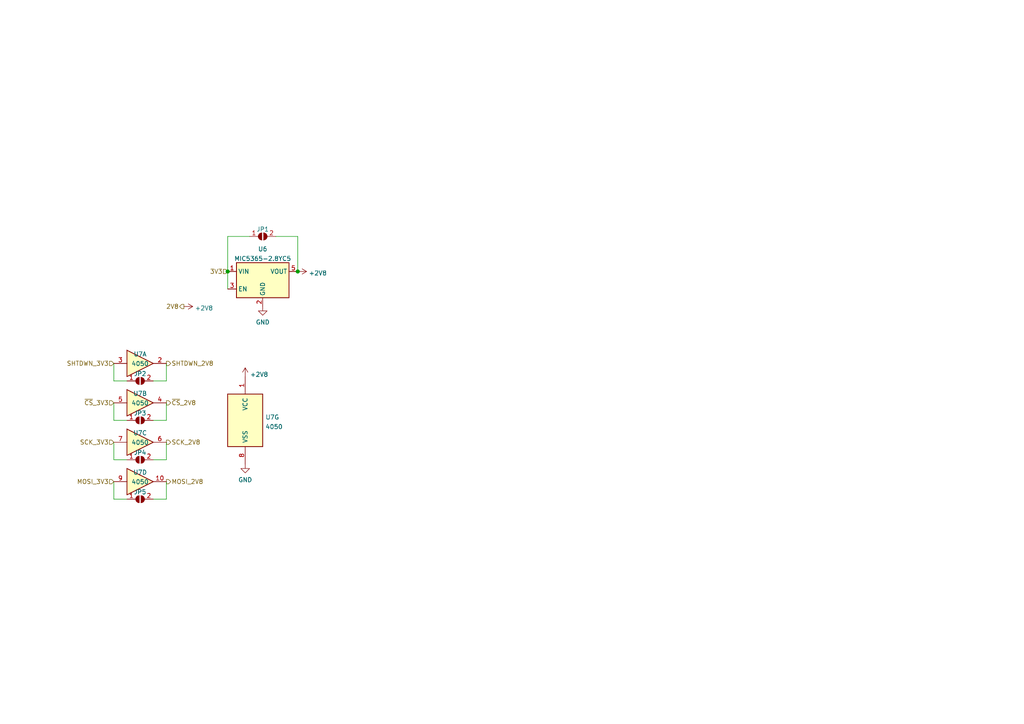
<source format=kicad_sch>
(kicad_sch (version 20210621) (generator eeschema)
  (paper "A4")
  (lib_symbols
    (symbol "4xxx:4050" (pin_names (offset 1.016))
      (property "Reference" "U" (at 0 1.27 0))
      (property "Value" "4050" (at 0 -1.27 0))
      (symbol "4050_1_0"
        (polyline (pts (xy -3.81 3.81) (xy -3.81 -3.81) (xy 3.81 0) (xy -3.81 3.81)) (stroke (width 0.254)) (fill (type background)))
        (pin output line (at 7.62 0 180) (length 3.81) (name "~") (number "2"))
        (pin input line (at -7.62 0 0) (length 3.81) (name "~") (number "3"))
      )
      (symbol "4050_2_0"
        (polyline (pts (xy -3.81 3.81) (xy -3.81 -3.81) (xy 3.81 0) (xy -3.81 3.81)) (stroke (width 0.254)) (fill (type background)))
        (pin output line (at 7.62 0 180) (length 3.81) (name "~") (number "4"))
        (pin input line (at -7.62 0 0) (length 3.81) (name "~") (number "5"))
      )
      (symbol "4050_3_0"
        (polyline (pts (xy -3.81 3.81) (xy -3.81 -3.81) (xy 3.81 0) (xy -3.81 3.81)) (stroke (width 0.254)) (fill (type background)))
        (pin output line (at 7.62 0 180) (length 3.81) (name "~") (number "6"))
        (pin input line (at -7.62 0 0) (length 3.81) (name "~") (number "7"))
      )
      (symbol "4050_4_0"
        (polyline (pts (xy -3.81 3.81) (xy -3.81 -3.81) (xy 3.81 0) (xy -3.81 3.81)) (stroke (width 0.254)) (fill (type background)))
        (pin output line (at 7.62 0 180) (length 3.81) (name "~") (number "10"))
        (pin input line (at -7.62 0 0) (length 3.81) (name "~") (number "9"))
      )
      (symbol "4050_5_0"
        (polyline (pts (xy -3.81 3.81) (xy -3.81 -3.81) (xy 3.81 0) (xy -3.81 3.81)) (stroke (width 0.254)) (fill (type background)))
        (pin input line (at -7.62 0 0) (length 3.81) (name "~") (number "11"))
        (pin output line (at 7.62 0 180) (length 3.81) (name "~") (number "12"))
      )
      (symbol "4050_6_0"
        (polyline (pts (xy -3.81 3.81) (xy -3.81 -3.81) (xy 3.81 0) (xy -3.81 3.81)) (stroke (width 0.254)) (fill (type background)))
        (pin input line (at -7.62 0 0) (length 3.81) (name "~") (number "14"))
        (pin output line (at 7.62 0 180) (length 3.81) (name "~") (number "15"))
      )
      (symbol "4050_7_0"
        (pin power_in line (at 0 12.7 270) (length 5.08) (name "VCC") (number "1"))
        (pin power_in line (at 0 -12.7 90) (length 5.08) (name "VSS") (number "8"))
      )
      (symbol "4050_7_1"
        (rectangle (start -5.08 7.62) (end 5.08 -7.62) (stroke (width 0.254)) (fill (type background)))
      )
    )
    (symbol "Jumper:SolderJumper_2_Open" (pin_names (offset 0) hide)
      (property "Reference" "JP" (at 0 2.032 0))
      (property "Value" "SolderJumper_2_Open" (at 0 -2.54 0))
      (symbol "SolderJumper_2_Open_0_1"
        (arc (start -0.254 1.016) (end -0.254 -1.016) (radius (at -0.254 0) (length 1.016) (angles 90.1 -90.1)))
        (arc (start 0.254 -1.016) (end 0.254 1.016) (radius (at 0.254 0) (length 1.016) (angles -89.9 89.9)))
        (arc (start -0.254 1.016) (end -0.254 -1.016) (radius (at -0.254 0) (length 1.016) (angles 90.1 -90.1)) (fill (type outline)))
        (arc (start 0.254 -1.016) (end 0.254 1.016) (radius (at 0.254 0) (length 1.016) (angles -89.9 89.9)) (fill (type outline)))
        (polyline (pts (xy -0.254 1.016) (xy -0.254 -1.016)))
        (polyline (pts (xy 0.254 1.016) (xy 0.254 -1.016)))
      )
      (symbol "SolderJumper_2_Open_1_1"
        (pin passive line (at -3.81 0 0) (length 2.54) (name "A") (number "1"))
        (pin passive line (at 3.81 0 180) (length 2.54) (name "B") (number "2"))
      )
    )
    (symbol "Regulator_Linear:MIC5365-3.3YC5"
      (property "Reference" "U" (at -6.35 6.35 0))
      (property "Value" "MIC5365-3.3YC5" (at 0 6.35 0))
      (symbol "MIC5365-3.3YC5_0_1"
        (rectangle (start -7.62 -5.08) (end 7.62 5.08) (stroke (width 0.254)) (fill (type background)))
      )
      (symbol "MIC5365-3.3YC5_1_1"
        (pin power_in line (at -10.16 2.54 0) (length 2.54) (name "VIN") (number "1"))
        (pin power_in line (at 0 -7.62 90) (length 2.54) (name "GND") (number "2"))
        (pin input line (at -10.16 -2.54 0) (length 2.54) (name "EN") (number "3"))
        (pin no_connect line (at 7.62 -2.54 180) (length 2.54) hide (name "NC") (number "4"))
        (pin power_out line (at 10.16 2.54 180) (length 2.54) (name "VOUT") (number "5"))
      )
    )
    (symbol "power:+2V8" (power) (pin_names (offset 0))
      (property "Value" "+2V8" (at 0 3.556 0))
      (symbol "+2V8_0_1"
        (polyline (pts (xy -0.762 1.27) (xy 0 2.54)))
        (polyline (pts (xy 0 0) (xy 0 2.54)))
        (polyline (pts (xy 0 2.54) (xy 0.762 1.27)))
      )
      (symbol "+2V8_1_1"
        (pin power_in line (at 0 0 90) (length 0) hide (name "+2V8") (number "1"))
      )
    )
    (symbol "power:GND" (power) (pin_names (offset 0))
      (property "Value" "GND" (at 0 -3.81 0))
      (symbol "GND_0_1"
        (polyline (pts (xy 0 0) (xy 0 -1.27) (xy 1.27 -1.27) (xy 0 -2.54) (xy -1.27 -1.27) (xy 0 -1.27)))
      )
      (symbol "GND_1_1"
        (pin power_in line (at 0 0 270) (length 0) hide (name "GND") (number "1"))
      )
    )
  )
  (junction (at 66.04 78.74) (diameter 1.016))
  (junction (at 86.36 78.74) (diameter 1.016))
  (wire (pts (xy 33.02 105.41) (xy 33.02 110.49)))
  (wire (pts (xy 33.02 110.49) (xy 36.83 110.49)))
  (wire (pts (xy 33.02 121.92) (xy 33.02 116.84)))
  (wire (pts (xy 33.02 128.27) (xy 33.02 133.35)))
  (wire (pts (xy 33.02 133.35) (xy 36.83 133.35)))
  (wire (pts (xy 33.02 139.7) (xy 33.02 144.78)))
  (wire (pts (xy 33.02 144.78) (xy 36.83 144.78)))
  (wire (pts (xy 36.83 121.92) (xy 33.02 121.92)))
  (wire (pts (xy 44.45 110.49) (xy 48.26 110.49)))
  (wire (pts (xy 44.45 133.35) (xy 48.26 133.35)))
  (wire (pts (xy 44.45 144.78) (xy 48.26 144.78)))
  (wire (pts (xy 48.26 110.49) (xy 48.26 105.41)))
  (wire (pts (xy 48.26 116.84) (xy 48.26 121.92)))
  (wire (pts (xy 48.26 121.92) (xy 44.45 121.92)))
  (wire (pts (xy 48.26 133.35) (xy 48.26 128.27)))
  (wire (pts (xy 48.26 144.78) (xy 48.26 139.7)))
  (wire (pts (xy 66.04 68.58) (xy 72.39 68.58)))
  (wire (pts (xy 66.04 78.74) (xy 66.04 68.58)))
  (wire (pts (xy 66.04 78.74) (xy 66.04 83.82)))
  (wire (pts (xy 80.01 68.58) (xy 86.36 68.58)))
  (wire (pts (xy 86.36 68.58) (xy 86.36 78.74)))
  (hierarchical_label "SHTDWN_3V3" (shape input) (at 33.02 105.41 180))
  (hierarchical_label "~{CS}_3V3" (shape input) (at 33.02 116.84 180))
  (hierarchical_label "SCK_3V3" (shape input) (at 33.02 128.27 180))
  (hierarchical_label "MOSI_3V3" (shape input) (at 33.02 139.7 180))
  (hierarchical_label "SHTDWN_2V8" (shape output) (at 48.26 105.41 0))
  (hierarchical_label "~{CS}_2V8" (shape output) (at 48.26 116.84 0))
  (hierarchical_label "SCK_2V8" (shape output) (at 48.26 128.27 0))
  (hierarchical_label "MOSI_2V8" (shape output) (at 48.26 139.7 0))
  (hierarchical_label "2V8" (shape output) (at 53.34 88.9 180))
  (hierarchical_label "3V3" (shape input) (at 66.04 78.74 180))
  (symbol (lib_id "power:+2V8") (at 53.34 88.9 270) (unit 1)
    (property "Reference" "#PWR0118" (effects hide))
    (property "Value" "+2V8" (at 56.5151 89.379 90) (effects (justify left)))
  )
  (symbol (lib_id "power:+2V8") (at 71.12 109.22 0) (unit 1)
    (property "Reference" "#PWR0119" (effects hide))
    (property "Value" "+2V8" (at 72.5171 108.6195 0) (effects (justify left)))
  )
  (symbol (lib_id "power:+2V8") (at 86.36 78.74 270) (unit 1)
    (property "Reference" "#PWR0134" (effects hide))
    (property "Value" "+2V8" (at 89.5351 79.219 90) (effects (justify left)))
  )
  (symbol (lib_id "power:GND") (at 71.12 134.62 0) (unit 1)
    (property "Reference" "#PWR0108" (effects hide))
    (property "Value" "GND" (at 71.12 139.1826 0))
  )
  (symbol (lib_id "power:GND") (at 76.2 88.9 0) (unit 1)
    (property "Reference" "#PWR0133" (effects hide))
    (property "Value" "GND" (at 76.2 93.4626 0))
  )
  (symbol (lib_id "Jumper:SolderJumper_2_Open") (at 40.64 110.49 0) (unit 1)
    (property "Reference" "JP2" (at 40.64 108.4094 0))
    (property "Value" "SolderJumper_2_Open" (effects hide))
    (property "Footprint" "Jumper:SolderJumper-2_P1.3mm_Open_RoundedPad1.0x1.5mm" (effects hide))
  )
  (symbol (lib_id "Jumper:SolderJumper_2_Open") (at 40.64 121.92 0) (unit 1)
    (property "Reference" "JP3" (at 40.64 119.8394 0))
    (property "Value" "SolderJumper_2_Open" (effects hide))
    (property "Footprint" "Jumper:SolderJumper-2_P1.3mm_Open_RoundedPad1.0x1.5mm" (effects hide))
  )
  (symbol (lib_id "Jumper:SolderJumper_2_Open") (at 40.64 133.35 0) (unit 1)
    (property "Reference" "JP4" (at 40.64 131.2694 0))
    (property "Value" "SolderJumper_2_Open" (effects hide))
    (property "Footprint" "Jumper:SolderJumper-2_P1.3mm_Open_RoundedPad1.0x1.5mm" (effects hide))
  )
  (symbol (lib_id "Jumper:SolderJumper_2_Open") (at 40.64 144.78 0) (unit 1)
    (property "Reference" "JP5" (at 40.64 142.6994 0))
    (property "Value" "SolderJumper_2_Open" (effects hide))
    (property "Footprint" "Jumper:SolderJumper-2_P1.3mm_Open_RoundedPad1.0x1.5mm" (effects hide))
  )
  (symbol (lib_id "Jumper:SolderJumper_2_Open") (at 76.2 68.58 0) (unit 1)
    (property "Reference" "JP1" (at 76.2 66.4994 0))
    (property "Value" "SolderJumper_2_Open" (effects hide))
    (property "Footprint" "Jumper:SolderJumper-2_P1.3mm_Open_RoundedPad1.0x1.5mm" (effects hide))
  )
  (symbol (lib_id "4xxx:4050") (at 40.64 105.41 0) (unit 1)
    (property "Reference" "U7" (at 40.64 102.7134 0))
    (property "Value" "4050" (at 40.64 105.4885 0))
    (property "Footprint" "Package_SO:SOIC-16_3.9x9.9mm_P1.27mm" (effects hide))
    (property "Datasheet" "http://www.intersil.com/content/dam/intersil/documents/cd40/cd4050bms.pdf" (effects hide))
  )
  (symbol (lib_id "4xxx:4050") (at 40.64 116.84 0) (unit 2)
    (property "Reference" "U7" (at 40.64 114.1434 0))
    (property "Value" "4050" (at 40.64 116.9185 0))
    (property "Footprint" "Package_SO:SOIC-16_3.9x9.9mm_P1.27mm" (effects hide))
    (property "Datasheet" "http://www.intersil.com/content/dam/intersil/documents/cd40/cd4050bms.pdf" (effects hide))
  )
  (symbol (lib_id "4xxx:4050") (at 40.64 128.27 0) (unit 3)
    (property "Reference" "U7" (at 40.64 125.5734 0))
    (property "Value" "4050" (at 40.64 128.3485 0))
    (property "Footprint" "Package_SO:SOIC-16_3.9x9.9mm_P1.27mm" (effects hide))
    (property "Datasheet" "http://www.intersil.com/content/dam/intersil/documents/cd40/cd4050bms.pdf" (effects hide))
  )
  (symbol (lib_id "4xxx:4050") (at 40.64 139.7 0) (unit 4)
    (property "Reference" "U7" (at 40.64 137.0034 0))
    (property "Value" "4050" (at 40.64 139.7785 0))
    (property "Footprint" "Package_SO:SOIC-16_3.9x9.9mm_P1.27mm" (effects hide))
    (property "Datasheet" "http://www.intersil.com/content/dam/intersil/documents/cd40/cd4050bms.pdf" (effects hide))
  )
  (symbol (lib_id "4xxx:4050") (at 71.12 121.92 0) (unit 7)
    (property "Reference" "U7" (at 76.9621 121.0115 0) (effects (justify left)))
    (property "Value" "4050" (at 76.9621 123.7866 0) (effects (justify left)))
    (property "Footprint" "Package_SO:SOIC-16_3.9x9.9mm_P1.27mm" (effects hide))
    (property "Datasheet" "http://www.intersil.com/content/dam/intersil/documents/cd40/cd4050bms.pdf" (effects hide))
  )
  (symbol (lib_id "Regulator_Linear:MIC5365-3.3YC5") (at 76.2 81.28 0) (unit 1)
    (property "Reference" "U6" (at 76.2 72.2334 0))
    (property "Value" "MIC5365-2.8YC5" (at 76.2 75.0085 0))
    (property "Footprint" "Package_TO_SOT_SMD:SOT-353_SC-70-5" (effects hide))
    (property "Datasheet" "http://ww1.microchip.com/downloads/en/DeviceDoc/mic5365.pdf" (effects hide))
  )
)
</source>
